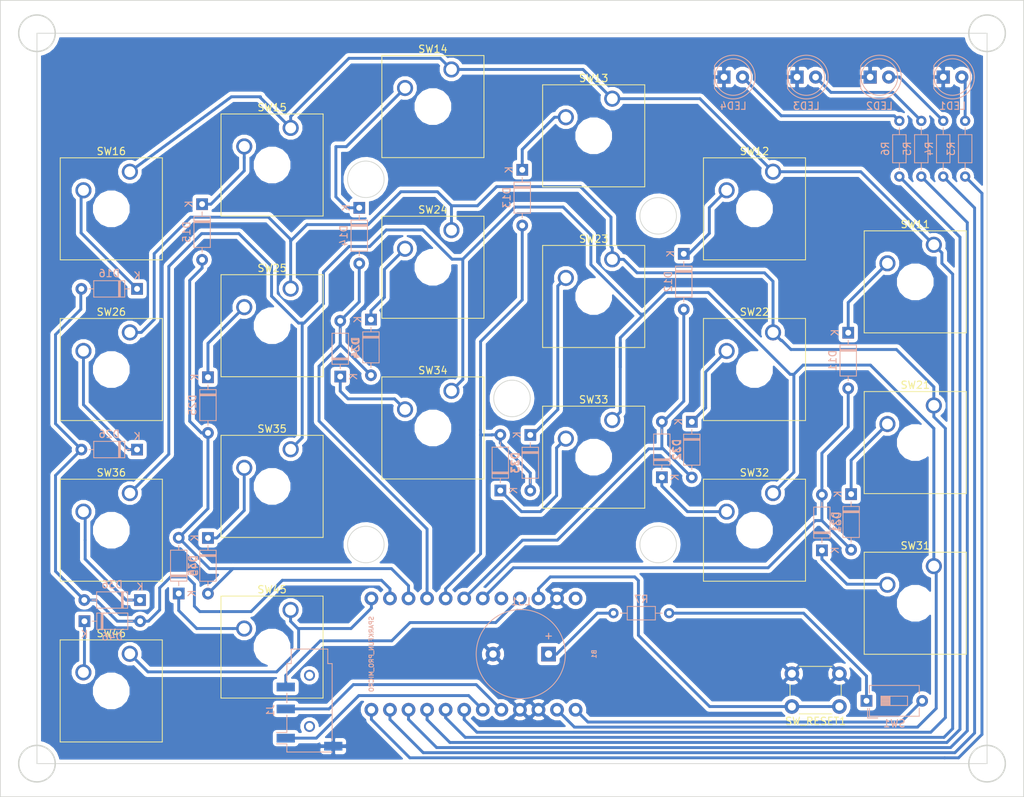
<source format=kicad_pcb>
(kicad_pcb (version 20171130) (host pcbnew "(5.0.1)-4")
  (layers (0 F.Cu signal) (31 B.Cu signal) (34 B.Paste user) (35 F.Paste user) (36 B.SilkS user) (37 F.SilkS user) (38 B.Mask user) (39 F.Mask user) (44 Edge.Cuts user))
  (net 0 "")
  (net 1 GND)
  (net 2 "Net-(B1-Pad5)")
  (net 3 "Net-(B1-Pad6)")
  (net 4 /SPEAKER)
  (net 5 /ROW1)
  (net 6 /ROW2)
  (net 7 /ROW3)
  (net 8 /ROW4)
  (net 9 /COL6)
  (net 10 /COL5)
  (net 11 /COL4)
  (net 12 /COL3)
  (net 13 /COL2)
  (net 14 /COL1)
  (net 15 "Net-(B1-Pad22)")
  (net 16 "Net-(D11-Pad1)")
  (net 17 "Net-(D12-Pad1)")
  (net 18 "Net-(D13-Pad1)")
  (net 19 "Net-(D14-Pad1)")
  (net 20 "Net-(D15-Pad1)")
  (net 21 "Net-(D16-Pad1)")
  (net 22 "Net-(D21-Pad1)")
  (net 23 "Net-(D22-Pad1)")
  (net 24 "Net-(D23-Pad1)")
  (net 25 "Net-(D24-Pad1)")
  (net 26 "Net-(D25-Pad1)")
  (net 27 "Net-(D26-Pad1)")
  (net 28 "Net-(D31-Pad1)")
  (net 29 "Net-(D32-Pad1)")
  (net 30 "Net-(D33-Pad1)")
  (net 31 "Net-(D34-Pad1)")
  (net 32 "Net-(D35-Pad1)")
  (net 33 "Net-(D36-Pad1)")
  (net 34 /LED3)
  (net 35 /LED4)
  (net 36 /LED1)
  (net 37 /LED2)
  (net 38 "Net-(LED1-Pad2)")
  (net 39 "Net-(LED2-Pad2)")
  (net 40 "Net-(LED3-Pad2)")
  (net 41 "Net-(LED4-Pad2)")
  (net 42 "Net-(LS1-Pad1)")
  (net 43 "Net-(D45-Pad1)")
  (net 44 "Net-(D46-Pad1)")
  (net 45 "Net-(R7-Pad1)")
  (net 46 VCC)
  (module Connector_Audio:Jack_3.5mm_PJ320D_Horizontal (layer B.Cu) (at 119.8 146.67 270)
    (fp_text reference J1 (at 0.05 5.35 270) (layer B.SilkS) (effects (justify mirror)))
    (fp_text value AudioJack4_Ground)
    (pad "" np_thru_hole circle (at 2.225 0 270) (size 1.5 1.5) (drill 1) (layers *.Cu *.Mask))
    (pad "" np_thru_hole circle (at -4.775 0 270) (size 1.5 1.5) (drill 1) (layers *.Cu *.Mask))
    (pad 3 smd rect (at -3.175 3.25 270) (size 1.2 2.5) (layers B.Cu B.Paste B.Mask) (net 46 VCC))
    (pad 2 smd rect (at -0.175 3.25 270) (size 1.2 2.5) (layers B.Cu B.Paste B.Mask) (net 2 "Net-(B1-Pad5)"))
    (pad 1 smd rect (at 3.825 3.25 270) (size 1.2 2.5) (layers B.Cu B.Paste B.Mask) (net 3 "Net-(B1-Pad6)"))
    (pad 4 smd rect (at 4.925 -3.25 270) (size 1.2 2.5) (layers B.Cu B.Paste B.Mask) (net 1 GND))
  )
  (module Button_Switch_Keyboard:SW_Cherry_MX1A_1.00u_Plate (layer F.Cu) (at 183.222121 94.947502)
    (fp_text reference SW22 (at -2.54 -2.794) (layer F.SilkS))
    (fp_text value SW_Push)
    (pad 1 thru_hole circle (at 0 0) (size 2.2 2.2) (drill 1.5) (layers *.Cu *.Mask) (net 6 /ROW2))
    (pad 2 thru_hole circle (at -6.35 2.54) (size 2.2 2.2) (drill 1.5) (layers *.Cu *.Mask) (net 23 "Net-(D22-Pad1)"))
    (pad "" np_thru_hole circle (at -2.54 5.08) (size 4 4) (drill 4) (layers *.Cu *.Mask))
  )
  (module Button_Switch_Keyboard:SW_Cherry_MX1A_1.00u_Plate (layer F.Cu) (at 139.222121 80.947502)
    (fp_text reference SW24 (at -2.54 -2.794) (layer F.SilkS))
    (fp_text value SW_Push)
    (pad "" np_thru_hole circle (at -2.54 5.08) (size 4 4) (drill 4) (layers *.Cu *.Mask))
    (pad 2 thru_hole circle (at -6.35 2.54) (size 2.2 2.2) (drill 1.5) (layers *.Cu *.Mask) (net 25 "Net-(D24-Pad1)"))
    (pad 1 thru_hole circle (at 0 0) (size 2.2 2.2) (drill 1.5) (layers *.Cu *.Mask) (net 6 /ROW2))
  )
  (module Button_Switch_Keyboard:SW_Cherry_MX1A_1.00u_Plate (layer F.Cu) (at 117.222121 66.947502)
    (fp_text reference SW15 (at -2.54 -2.794) (layer F.SilkS))
    (fp_text value SW_Push)
    (pad "" np_thru_hole circle (at -2.54 5.08) (size 4 4) (drill 4) (layers *.Cu *.Mask))
    (pad 2 thru_hole circle (at -6.35 2.54) (size 2.2 2.2) (drill 1.5) (layers *.Cu *.Mask) (net 20 "Net-(D15-Pad1)"))
    (pad 1 thru_hole circle (at 0 0) (size 2.2 2.2) (drill 1.5) (layers *.Cu *.Mask) (net 5 /ROW1))
  )
  (module Button_Switch_Keyboard:SW_Cherry_MX1A_1.00u_Plate (layer F.Cu) (at 117.222121 110.947502)
    (fp_text reference SW35 (at -2.54 -2.794) (layer F.SilkS))
    (fp_text value SW_Push)
    (pad "" np_thru_hole circle (at -2.54 5.08) (size 4 4) (drill 4) (layers *.Cu *.Mask))
    (pad 2 thru_hole circle (at -6.35 2.54) (size 2.2 2.2) (drill 1.5) (layers *.Cu *.Mask) (net 32 "Net-(D35-Pad1)"))
    (pad 1 thru_hole circle (at 0 0) (size 2.2 2.2) (drill 1.5) (layers *.Cu *.Mask) (net 7 /ROW3))
  )
  (module Button_Switch_Keyboard:SW_Cherry_MX1A_1.00u_Plate (layer F.Cu) (at 117.212339 132.947502)
    (fp_text reference SW45 (at -2.54 -2.794) (layer F.SilkS))
    (fp_text value SW_Push)
    (pad "" np_thru_hole circle (at -2.54 5.08) (size 4 4) (drill 4) (layers *.Cu *.Mask))
    (pad 2 thru_hole circle (at -6.35 2.54) (size 2.2 2.2) (drill 1.5) (layers *.Cu *.Mask) (net 43 "Net-(D45-Pad1)"))
    (pad 1 thru_hole circle (at 0 0) (size 2.2 2.2) (drill 1.5) (layers *.Cu *.Mask) (net 8 /ROW4))
  )
  (module Button_Switch_Keyboard:SW_Cherry_MX1A_1.00u_Plate (layer F.Cu) (at 205.222121 82.947502)
    (fp_text reference SW11 (at -2.54 -2.794) (layer F.SilkS))
    (fp_text value SW_Push)
    (pad 1 thru_hole circle (at 0 0) (size 2.2 2.2) (drill 1.5) (layers *.Cu *.Mask) (net 5 /ROW1))
    (pad 2 thru_hole circle (at -6.35 2.54) (size 2.2 2.2) (drill 1.5) (layers *.Cu *.Mask) (net 16 "Net-(D11-Pad1)"))
    (pad "" np_thru_hole circle (at -2.54 5.08) (size 4 4) (drill 4) (layers *.Cu *.Mask))
  )
  (module Button_Switch_Keyboard:SW_Cherry_MX1A_1.00u_Plate (layer F.Cu) (at 117.222121 88.947502)
    (fp_text reference SW25 (at -2.54 -2.794) (layer F.SilkS))
    (fp_text value SW_Push)
    (pad 1 thru_hole circle (at 0 0) (size 2.2 2.2) (drill 1.5) (layers *.Cu *.Mask) (net 6 /ROW2))
    (pad 2 thru_hole circle (at -6.35 2.54) (size 2.2 2.2) (drill 1.5) (layers *.Cu *.Mask) (net 26 "Net-(D25-Pad1)"))
    (pad "" np_thru_hole circle (at -2.54 5.08) (size 4 4) (drill 4) (layers *.Cu *.Mask))
  )
  (module Diode_THT:D_DO-35_SOD27_P7.62mm_Horizontal (layer B.Cu) (at 148.90723 72.686743 270)
    (fp_text reference D13 (at 3.81 2.12 270) (layer B.SilkS) (effects (justify mirror)))
    (fp_text value DIODE)
    (fp_text user K (at 0 1.8 270) (layer B.SilkS) (effects (justify mirror)))
    (pad 1 thru_hole rect (at 0 0 270) (size 1.6 1.6) (drill 0.8) (layers *.Cu *.Mask) (net 18 "Net-(D13-Pad1)"))
    (pad 2 thru_hole oval (at 7.62 0 270) (size 1.6 1.6) (drill 0.8) (layers *.Cu *.Mask) (net 12 /COL3))
  )
  (module Diode_THT:D_DO-35_SOD27_P7.62mm_Horizontal (layer B.Cu) (at 105.10723 77.386743 270)
    (fp_text reference D15 (at 3.81 2.12 270) (layer B.SilkS) (effects (justify mirror)))
    (fp_text value DIODE)
    (fp_text user K (at 0 1.8 270) (layer B.SilkS) (effects (justify mirror)))
    (pad 1 thru_hole rect (at 0 0 270) (size 1.6 1.6) (drill 0.8) (layers *.Cu *.Mask) (net 20 "Net-(D15-Pad1)"))
    (pad 2 thru_hole oval (at 7.62 0 270) (size 1.6 1.6) (drill 0.8) (layers *.Cu *.Mask) (net 10 /COL5))
  )
  (module Button_Switch_Keyboard:SW_Cherry_MX1A_1.00u_Plate (layer F.Cu) (at 183.222121 72.947502)
    (fp_text reference SW12 (at -2.54 -2.794) (layer F.SilkS))
    (fp_text value SW_Push)
    (pad 1 thru_hole circle (at 0 0) (size 2.2 2.2) (drill 1.5) (layers *.Cu *.Mask) (net 5 /ROW1))
    (pad 2 thru_hole circle (at -6.35 2.54) (size 2.2 2.2) (drill 1.5) (layers *.Cu *.Mask) (net 17 "Net-(D12-Pad1)"))
    (pad "" np_thru_hole circle (at -2.54 5.08) (size 4 4) (drill 4) (layers *.Cu *.Mask))
  )
  (module Resistor_THT:R_Axial_DIN0204_L3.6mm_D1.6mm_P7.62mm_Horizontal (layer B.Cu) (at 209.50723 65.986743 270)
    (fp_text reference R3 (at 3.81 1.92 270) (layer B.SilkS) (effects (justify mirror)))
    (fp_text value R)
    (pad 2 thru_hole oval (at 7.62 0 270) (size 1.4 1.4) (drill 0.7) (layers *.Cu *.Mask) (net 36 /LED1))
    (pad 1 thru_hole circle (at 0 0 270) (size 1.4 1.4) (drill 0.7) (layers *.Cu *.Mask) (net 38 "Net-(LED1-Pad2)"))
  )
  (module Resistor_THT:R_Axial_DIN0204_L3.6mm_D1.6mm_P7.62mm_Horizontal (layer B.Cu) (at 200.50723 65.986743 270)
    (fp_text reference R6 (at 3.81 1.92 270) (layer B.SilkS) (effects (justify mirror)))
    (fp_text value R)
    (pad 2 thru_hole oval (at 7.62 0 270) (size 1.4 1.4) (drill 0.7) (layers *.Cu *.Mask) (net 35 /LED4))
    (pad 1 thru_hole circle (at 0 0 270) (size 1.4 1.4) (drill 0.7) (layers *.Cu *.Mask) (net 41 "Net-(LED4-Pad2)"))
  )
  (module Resistor_THT:R_Axial_DIN0204_L3.6mm_D1.6mm_P7.62mm_Horizontal (layer B.Cu) (at 169.00723 133.386743 180)
    (fp_text reference R7 (at 3.81 1.92 180) (layer B.SilkS) (effects (justify mirror)))
    (fp_text value R)
    (pad 1 thru_hole circle (at 0 0 180) (size 1.4 1.4) (drill 0.7) (layers *.Cu *.Mask) (net 45 "Net-(R7-Pad1)"))
    (pad 2 thru_hole oval (at 7.62 0 180) (size 1.4 1.4) (drill 0.7) (layers *.Cu *.Mask) (net 42 "Net-(LS1-Pad1)"))
  )
  (module Button_Switch_Keyboard:SW_Cherry_MX1A_1.00u_Plate (layer F.Cu) (at 95.222121 72.947502)
    (fp_text reference SW16 (at -2.54 -2.794) (layer F.SilkS))
    (fp_text value SW_Push)
    (pad 1 thru_hole circle (at 0 0) (size 2.2 2.2) (drill 1.5) (layers *.Cu *.Mask) (net 5 /ROW1))
    (pad 2 thru_hole circle (at -6.35 2.54) (size 2.2 2.2) (drill 1.5) (layers *.Cu *.Mask) (net 21 "Net-(D16-Pad1)"))
    (pad "" np_thru_hole circle (at -2.54 5.08) (size 4 4) (drill 4) (layers *.Cu *.Mask))
  )
  (module Button_Switch_Keyboard:SW_Cherry_MX1A_1.00u_Plate (layer F.Cu) (at 95.222121 94.947502)
    (fp_text reference SW26 (at -2.54 -2.794) (layer F.SilkS))
    (fp_text value SW_Push)
    (pad "" np_thru_hole circle (at -2.54 5.08) (size 4 4) (drill 4) (layers *.Cu *.Mask))
    (pad 2 thru_hole circle (at -6.35 2.54) (size 2.2 2.2) (drill 1.5) (layers *.Cu *.Mask) (net 27 "Net-(D26-Pad1)"))
    (pad 1 thru_hole circle (at 0 0) (size 2.2 2.2) (drill 1.5) (layers *.Cu *.Mask) (net 6 /ROW2))
  )
  (module Button_Switch_Keyboard:SW_Cherry_MX1A_1.00u_Plate (layer F.Cu) (at 95.212339 138.947502)
    (fp_text reference SW46 (at -2.54 -2.794) (layer F.SilkS))
    (fp_text value SW_Push)
    (pad 1 thru_hole circle (at 0 0) (size 2.2 2.2) (drill 1.5) (layers *.Cu *.Mask) (net 8 /ROW4))
    (pad 2 thru_hole circle (at -6.35 2.54) (size 2.2 2.2) (drill 1.5) (layers *.Cu *.Mask) (net 44 "Net-(D46-Pad1)"))
    (pad "" np_thru_hole circle (at -2.54 5.08) (size 4 4) (drill 4) (layers *.Cu *.Mask))
  )
  (module Diode_THT:D_DO-35_SOD27_P7.62mm_Horizontal (layer B.Cu) (at 145.90723 116.586743 90)
    (fp_text reference D33 (at 3.81 2.12 90) (layer B.SilkS) (effects (justify mirror)))
    (fp_text value DIODE)
    (fp_text user K (at 0 1.8 90) (layer B.SilkS) (effects (justify mirror)))
    (pad 2 thru_hole oval (at 7.62 0 90) (size 1.6 1.6) (drill 0.8) (layers *.Cu *.Mask) (net 12 /COL3))
    (pad 1 thru_hole rect (at 0 0 90) (size 1.6 1.6) (drill 0.8) (layers *.Cu *.Mask) (net 30 "Net-(D33-Pad1)"))
  )
  (module Button_Switch_Keyboard:SW_Cherry_MX1A_1.00u_Plate (layer F.Cu) (at 139.222121 58.947502)
    (fp_text reference SW14 (at -2.54 -2.794) (layer F.SilkS))
    (fp_text value SW_Push)
    (pad 1 thru_hole circle (at 0 0) (size 2.2 2.2) (drill 1.5) (layers *.Cu *.Mask) (net 5 /ROW1))
    (pad 2 thru_hole circle (at -6.35 2.54) (size 2.2 2.2) (drill 1.5) (layers *.Cu *.Mask) (net 19 "Net-(D14-Pad1)"))
    (pad "" np_thru_hole circle (at -2.54 5.08) (size 4 4) (drill 4) (layers *.Cu *.Mask))
  )
  (module Button_Switch_Keyboard:SW_Cherry_MX1A_1.00u_Plate (layer F.Cu) (at 95.222121 116.947502)
    (fp_text reference SW36 (at -2.54 -2.794) (layer F.SilkS))
    (fp_text value SW_Push)
    (pad "" np_thru_hole circle (at -2.54 5.08) (size 4 4) (drill 4) (layers *.Cu *.Mask))
    (pad 2 thru_hole circle (at -6.35 2.54) (size 2.2 2.2) (drill 1.5) (layers *.Cu *.Mask) (net 33 "Net-(D36-Pad1)"))
    (pad 1 thru_hole circle (at 0 0) (size 2.2 2.2) (drill 1.5) (layers *.Cu *.Mask) (net 7 /ROW3))
  )
  (module Button_Switch_Keyboard:SW_Cherry_MX1A_1.00u_Plate (layer F.Cu) (at 205.222121 104.947502)
    (fp_text reference SW21 (at -2.54 -2.794) (layer F.SilkS))
    (fp_text value SW_Push)
    (pad 1 thru_hole circle (at 0 0) (size 2.2 2.2) (drill 1.5) (layers *.Cu *.Mask) (net 6 /ROW2))
    (pad 2 thru_hole circle (at -6.35 2.54) (size 2.2 2.2) (drill 1.5) (layers *.Cu *.Mask) (net 22 "Net-(D21-Pad1)"))
    (pad "" np_thru_hole circle (at -2.54 5.08) (size 4 4) (drill 4) (layers *.Cu *.Mask))
  )
  (module LED_THT:LED_D5.0mm (layer B.Cu) (at 186.50723 59.986743)
    (fp_text reference LED3 (at 1.27 3.96) (layer B.SilkS) (effects (justify mirror)))
    (fp_text value LED)
    (pad 2 thru_hole circle (at 2.54 0) (size 1.8 1.8) (drill 0.9) (layers *.Cu *.Mask) (net 40 "Net-(LED3-Pad2)"))
    (pad 1 thru_hole rect (at 0 0) (size 1.8 1.8) (drill 0.9) (layers *.Cu *.Mask) (net 1 GND))
  )
  (module Button_Switch_Keyboard:SW_Cherry_MX1A_1.00u_Plate (layer F.Cu) (at 161.222121 106.947502)
    (fp_text reference SW33 (at -2.54 -2.794) (layer F.SilkS))
    (fp_text value SW_Push)
    (pad 1 thru_hole circle (at 0 0) (size 2.2 2.2) (drill 1.5) (layers *.Cu *.Mask) (net 7 /ROW3))
    (pad 2 thru_hole circle (at -6.35 2.54) (size 2.2 2.2) (drill 1.5) (layers *.Cu *.Mask) (net 30 "Net-(D33-Pad1)"))
    (pad "" np_thru_hole circle (at -2.54 5.08) (size 4 4) (drill 4) (layers *.Cu *.Mask))
  )
  (module LED_THT:LED_D5.0mm (layer B.Cu) (at 176.50723 59.986743)
    (fp_text reference LED4 (at 1.27 3.96) (layer B.SilkS) (effects (justify mirror)))
    (fp_text value LED)
    (pad 1 thru_hole rect (at 0 0) (size 1.8 1.8) (drill 0.9) (layers *.Cu *.Mask) (net 1 GND))
    (pad 2 thru_hole circle (at 2.54 0) (size 1.8 1.8) (drill 0.9) (layers *.Cu *.Mask) (net 41 "Net-(LED4-Pad2)"))
  )
  (module Resistor_THT:R_Axial_DIN0204_L3.6mm_D1.6mm_P7.62mm_Horizontal (layer B.Cu) (at 203.50723 65.986743 270)
    (fp_text reference R5 (at 3.81 1.92 270) (layer B.SilkS) (effects (justify mirror)))
    (fp_text value R)
    (pad 2 thru_hole oval (at 7.62 0 270) (size 1.4 1.4) (drill 0.7) (layers *.Cu *.Mask) (net 34 /LED3))
    (pad 1 thru_hole circle (at 0 0 270) (size 1.4 1.4) (drill 0.7) (layers *.Cu *.Mask) (net 40 "Net-(LED3-Pad2)"))
  )
  (module LED_THT:LED_D5.0mm (layer B.Cu) (at 206.50723 59.986743)
    (fp_text reference LED1 (at 1.27 3.96) (layer B.SilkS) (effects (justify mirror)))
    (fp_text value LED)
    (pad 2 thru_hole circle (at 2.54 0) (size 1.8 1.8) (drill 0.9) (layers *.Cu *.Mask) (net 38 "Net-(LED1-Pad2)"))
    (pad 1 thru_hole rect (at 0 0) (size 1.8 1.8) (drill 0.9) (layers *.Cu *.Mask) (net 1 GND))
  )
  (module Resistor_THT:R_Axial_DIN0204_L3.6mm_D1.6mm_P7.62mm_Horizontal (layer B.Cu) (at 206.50723 65.986743 270)
    (fp_text reference R4 (at 3.81 1.92 270) (layer B.SilkS) (effects (justify mirror)))
    (fp_text value R)
    (pad 2 thru_hole oval (at 7.62 0 270) (size 1.4 1.4) (drill 0.7) (layers *.Cu *.Mask) (net 37 /LED2))
    (pad 1 thru_hole circle (at 0 0 270) (size 1.4 1.4) (drill 0.7) (layers *.Cu *.Mask) (net 39 "Net-(LED2-Pad2)"))
  )
  (module LED_THT:LED_D5.0mm (layer B.Cu) (at 196.50723 59.986743)
    (fp_text reference LED2 (at 1.27 3.96) (layer B.SilkS) (effects (justify mirror)))
    (fp_text value LED)
    (pad 1 thru_hole rect (at 0 0) (size 1.8 1.8) (drill 0.9) (layers *.Cu *.Mask) (net 1 GND))
    (pad 2 thru_hole circle (at 2.54 0) (size 1.8 1.8) (drill 0.9) (layers *.Cu *.Mask) (net 39 "Net-(LED2-Pad2)"))
  )
  (module Button_Switch_Keyboard:SW_Cherry_MX1A_1.00u_Plate (layer F.Cu) (at 161.222121 62.947502)
    (fp_text reference SW13 (at -2.54 -2.794) (layer F.SilkS))
    (fp_text value SW_Push)
    (pad "" np_thru_hole circle (at -2.54 5.08) (size 4 4) (drill 4) (layers *.Cu *.Mask))
    (pad 2 thru_hole circle (at -6.35 2.54) (size 2.2 2.2) (drill 1.5) (layers *.Cu *.Mask) (net 18 "Net-(D13-Pad1)"))
    (pad 1 thru_hole circle (at 0 0) (size 2.2 2.2) (drill 1.5) (layers *.Cu *.Mask) (net 5 /ROW1))
  )
  (module Button_Switch_Keyboard:SW_Cherry_MX1A_1.00u_Plate (layer F.Cu) (at 139.222121 102.947502)
    (fp_text reference SW34 (at -2.54 -2.794) (layer F.SilkS))
    (fp_text value SW_Push)
    (pad 1 thru_hole circle (at 0 0) (size 2.2 2.2) (drill 1.5) (layers *.Cu *.Mask) (net 7 /ROW3))
    (pad 2 thru_hole circle (at -6.35 2.54) (size 2.2 2.2) (drill 1.5) (layers *.Cu *.Mask) (net 31 "Net-(D34-Pad1)"))
    (pad "" np_thru_hole circle (at -2.54 5.08) (size 4 4) (drill 4) (layers *.Cu *.Mask))
  )
  (module Button_Switch_Keyboard:SW_Cherry_MX1A_1.00u_Plate (layer F.Cu) (at 161.222121 84.947502)
    (fp_text reference SW23 (at -2.54 -2.794) (layer F.SilkS))
    (fp_text value SW_Push)
    (pad "" np_thru_hole circle (at -2.54 5.08) (size 4 4) (drill 4) (layers *.Cu *.Mask))
    (pad 2 thru_hole circle (at -6.35 2.54) (size 2.2 2.2) (drill 1.5) (layers *.Cu *.Mask) (net 24 "Net-(D23-Pad1)"))
    (pad 1 thru_hole circle (at 0 0) (size 2.2 2.2) (drill 1.5) (layers *.Cu *.Mask) (net 6 /ROW2))
  )
  (module Boards:SPARKFUN_PRO_MICRO (layer B.Cu) (at 143.50723 138.986743 90)
    (fp_text reference B1 (at 0 15.24 90) (layer B.SilkS) (effects (font (size 0.6096 0.6096) (thickness 0.127)) (justify mirror)))
    (fp_text value SPARKFUN_PRO_MICRO (at 0 -15.24 90) (layer B.SilkS) (effects (font (size 0.6096 0.6096) (thickness 0.127)) (justify mirror)))
    (pad 1 thru_hole circle (at -7.62 12.7 90) (size 1.8796 1.8796) (drill 1.016) (layers *.Cu *.Mask) (net 4 /SPEAKER))
    (pad 2 thru_hole circle (at -7.62 10.16 90) (size 1.8796 1.8796) (drill 1.016) (layers *.Cu *.Mask) (net 7 /ROW3))
    (pad 3 thru_hole circle (at -7.62 7.62 90) (size 1.8796 1.8796) (drill 1.016) (layers *.Cu *.Mask) (net 1 GND))
    (pad 4 thru_hole circle (at -7.62 5.08 90) (size 1.8796 1.8796) (drill 1.016) (layers *.Cu *.Mask) (net 1 GND))
    (pad 5 thru_hole circle (at -7.62 2.54 90) (size 1.8796 1.8796) (drill 1.016) (layers *.Cu *.Mask) (net 2 "Net-(B1-Pad5)"))
    (pad 6 thru_hole circle (at -7.62 0 90) (size 1.8796 1.8796) (drill 1.016) (layers *.Cu *.Mask) (net 3 "Net-(B1-Pad6)"))
    (pad 7 thru_hole circle (at -7.62 -2.54 90) (size 1.8796 1.8796) (drill 1.016) (layers *.Cu *.Mask) (net 6 /ROW2))
    (pad 8 thru_hole circle (at -7.62 -5.08 90) (size 1.8796 1.8796) (drill 1.016) (layers *.Cu *.Mask) (net 5 /ROW1))
    (pad 9 thru_hole circle (at -7.62 -7.62 90) (size 1.8796 1.8796) (drill 1.016) (layers *.Cu *.Mask) (net 35 /LED4))
    (pad 10 thru_hole circle (at -7.62 -10.16 90) (size 1.8796 1.8796) (drill 1.016) (layers *.Cu *.Mask) (net 34 /LED3))
    (pad 11 thru_hole circle (at -7.62 -12.7 90) (size 1.8796 1.8796) (drill 1.016) (layers *.Cu *.Mask) (net 37 /LED2))
    (pad 12 thru_hole circle (at -7.62 -15.24 90) (size 1.8796 1.8796) (drill 1.016) (layers *.Cu *.Mask) (net 36 /LED1))
    (pad 13 thru_hole circle (at 7.62 -15.24 90) (size 1.8796 1.8796) (drill 1.016) (layers *.Cu *.Mask) (net 8 /ROW4))
    (pad 14 thru_hole circle (at 7.62 -12.7 90) (size 1.8796 1.8796) (drill 1.016) (layers *.Cu *.Mask) (net 9 /COL6))
    (pad 15 thru_hole circle (at 7.62 -10.16 90) (size 1.8796 1.8796) (drill 1.016) (layers *.Cu *.Mask) (net 10 /COL5))
    (pad 16 thru_hole circle (at 7.62 -7.62 90) (size 1.8796 1.8796) (drill 1.016) (layers *.Cu *.Mask) (net 11 /COL4))
    (pad 17 thru_hole circle (at 7.62 -5.08 90) (size 1.8796 1.8796) (drill 1.016) (layers *.Cu *.Mask) (net 12 /COL3))
    (pad 18 thru_hole circle (at 7.62 -2.54 90) (size 1.8796 1.8796) (drill 1.016) (layers *.Cu *.Mask) (net 13 /COL2))
    (pad 19 thru_hole circle (at 7.62 0 90) (size 1.8796 1.8796) (drill 1.016) (layers *.Cu *.Mask) (net 14 /COL1))
    (pad 20 thru_hole circle (at 7.62 2.54 90) (size 1.8796 1.8796) (drill 1.016) (layers *.Cu *.Mask))
    (pad 21 thru_hole circle (at 7.62 5.08 90) (size 1.8796 1.8796) (drill 1.016) (layers *.Cu *.Mask) (net 46 VCC))
    (pad 22 thru_hole circle (at 7.62 7.62 90) (size 1.8796 1.8796) (drill 1.016) (layers *.Cu *.Mask) (net 15 "Net-(B1-Pad22)"))
    (pad 23 thru_hole circle (at 7.62 10.16 90) (size 1.8796 1.8796) (drill 1.016) (layers *.Cu *.Mask) (net 1 GND))
    (pad 24 thru_hole circle (at 7.62 12.7 90) (size 1.8796 1.8796) (drill 1.016) (layers *.Cu *.Mask))
  )
  (module Buzzer_Beeper:Buzzer_12x9.5RM7.6 (layer B.Cu) (at 152.50723 138.986743 180)
    (fp_text reference LS1 (at 3.8 7.2 180) (layer B.SilkS) (effects (justify mirror)))
    (fp_text value Speaker)
    (fp_text user + (at -0.01 2.54 180) (layer B.SilkS) (effects (justify mirror)))
    (pad 1 thru_hole rect (at 0 0 180) (size 2 2) (drill 1) (layers *.Cu *.Mask) (net 42 "Net-(LS1-Pad1)"))
    (pad 2 thru_hole circle (at 7.6 0 180) (size 2 2) (drill 1) (layers *.Cu *.Mask) (net 1 GND))
  )
  (module Button_Switch_Keyboard:SW_Cherry_MX1A_1.00u_Plate (layer F.Cu) (at 205.222121 126.947502)
    (fp_text reference SW31 (at -2.54 -2.794) (layer F.SilkS))
    (fp_text value SW_Push)
    (pad 1 thru_hole circle (at 0 0) (size 2.2 2.2) (drill 1.5) (layers *.Cu *.Mask) (net 7 /ROW3))
    (pad 2 thru_hole circle (at -6.35 2.54) (size 2.2 2.2) (drill 1.5) (layers *.Cu *.Mask) (net 28 "Net-(D31-Pad1)"))
    (pad "" np_thru_hole circle (at -2.54 5.08) (size 4 4) (drill 4) (layers *.Cu *.Mask))
  )
  (module Button_Switch_Keyboard:SW_Cherry_MX1A_1.00u_Plate (layer F.Cu) (at 183.222121 116.947502)
    (fp_text reference SW32 (at -2.54 -2.794) (layer F.SilkS))
    (fp_text value SW_Push)
    (pad "" np_thru_hole circle (at -2.54 5.08) (size 4 4) (drill 4) (layers *.Cu *.Mask))
    (pad 2 thru_hole circle (at -6.35 2.54) (size 2.2 2.2) (drill 1.5) (layers *.Cu *.Mask) (net 29 "Net-(D32-Pad1)"))
    (pad 1 thru_hole circle (at 0 0) (size 2.2 2.2) (drill 1.5) (layers *.Cu *.Mask) (net 7 /ROW3))
  )
  (module Button_Switch_THT:SW_DIP_SPSTx01_Slide_6.7x4.1mm_W7.62mm_P2.54mm_LowProfile (layer B.Cu) (at 196.00723 145.386743)
    (fp_text reference SW1 (at 3.81 3.11) (layer B.SilkS) (effects (justify mirror)))
    (fp_text value SW_DIP_x01)
    (pad 1 thru_hole rect (at 0 0) (size 1.6 1.6) (drill 0.8) (layers *.Cu *.Mask) (net 45 "Net-(R7-Pad1)"))
    (pad 2 thru_hole oval (at 7.62 0) (size 1.6 1.6) (drill 0.8) (layers *.Cu *.Mask) (net 4 /SPEAKER))
  )
  (module Button_Switch_THT:SW_PUSH_6mm (layer F.Cu) (at 192.3 146.17 180)
    (fp_text reference SW_RESET1 (at 3.25 -2 180) (layer F.SilkS))
    (fp_text value SW_Push)
    (pad 1 thru_hole circle (at 6.5 0 270) (size 2 2) (drill 1.1) (layers *.Cu *.Mask) (net 15 "Net-(B1-Pad22)"))
    (pad 2 thru_hole circle (at 6.5 4.5 270) (size 2 2) (drill 1.1) (layers *.Cu *.Mask) (net 1 GND))
    (pad 1 thru_hole circle (at 0 0 270) (size 2 2) (drill 1.1) (layers *.Cu *.Mask) (net 15 "Net-(B1-Pad22)"))
    (pad 2 thru_hole circle (at 0 4.5 270) (size 2 2) (drill 1.1) (layers *.Cu *.Mask) (net 1 GND))
  )
  (module Diode_THT:D_DO-35_SOD27_P7.62mm_Horizontal (layer B.Cu) (at 193.50723 94.986743 270)
    (fp_text reference D11 (at 3.81 2.12 270) (layer B.SilkS) (effects (justify mirror)))
    (fp_text value DIODE)
    (fp_text user K (at 0 1.8 270) (layer B.SilkS) (effects (justify mirror)))
    (pad 1 thru_hole rect (at 0 0 270) (size 1.6 1.6) (drill 0.8) (layers *.Cu *.Mask) (net 16 "Net-(D11-Pad1)"))
    (pad 2 thru_hole oval (at 7.62 0 270) (size 1.6 1.6) (drill 0.8) (layers *.Cu *.Mask) (net 14 /COL1))
  )
  (module Diode_THT:D_DO-35_SOD27_P7.62mm_Horizontal (layer B.Cu) (at 171.00723 84.186743 270)
    (fp_text reference D12 (at 3.81 2.12 270) (layer B.SilkS) (effects (justify mirror)))
    (fp_text value DIODE)
    (fp_text user K (at 0 1.8 270) (layer B.SilkS) (effects (justify mirror)))
    (pad 2 thru_hole oval (at 7.62 0 270) (size 1.6 1.6) (drill 0.8) (layers *.Cu *.Mask) (net 13 /COL2))
    (pad 1 thru_hole rect (at 0 0 270) (size 1.6 1.6) (drill 0.8) (layers *.Cu *.Mask) (net 17 "Net-(D12-Pad1)"))
  )
  (module Diode_THT:D_DO-35_SOD27_P7.62mm_Horizontal (layer B.Cu) (at 126.60723 77.886743 270)
    (fp_text reference D14 (at 3.81 2.12 270) (layer B.SilkS) (effects (justify mirror)))
    (fp_text value DIODE)
    (fp_text user K (at 0 1.8 270) (layer B.SilkS) (effects (justify mirror)))
    (pad 2 thru_hole oval (at 7.62 0 270) (size 1.6 1.6) (drill 0.8) (layers *.Cu *.Mask) (net 11 /COL4))
    (pad 1 thru_hole rect (at 0 0 270) (size 1.6 1.6) (drill 0.8) (layers *.Cu *.Mask) (net 19 "Net-(D14-Pad1)"))
  )
  (module Diode_THT:D_DO-35_SOD27_P7.62mm_Horizontal (layer B.Cu) (at 96.20723 88.986743 180)
    (fp_text reference D16 (at 3.81 2.12 180) (layer B.SilkS) (effects (justify mirror)))
    (fp_text value DIODE)
    (fp_text user K (at 0 1.8 180) (layer B.SilkS) (effects (justify mirror)))
    (pad 2 thru_hole oval (at 7.62 0 180) (size 1.6 1.6) (drill 0.8) (layers *.Cu *.Mask) (net 9 /COL6))
    (pad 1 thru_hole rect (at 0 0 180) (size 1.6 1.6) (drill 0.8) (layers *.Cu *.Mask) (net 21 "Net-(D16-Pad1)"))
  )
  (module Diode_THT:D_DO-35_SOD27_P7.62mm_Horizontal (layer B.Cu) (at 193.90723 117.086743 270)
    (fp_text reference D21 (at 3.81 2.12 270) (layer B.SilkS) (effects (justify mirror)))
    (fp_text value DIODE)
    (fp_text user K (at 0 1.8 270) (layer B.SilkS) (effects (justify mirror)))
    (pad 1 thru_hole rect (at 0 0 270) (size 1.6 1.6) (drill 0.8) (layers *.Cu *.Mask) (net 22 "Net-(D21-Pad1)"))
    (pad 2 thru_hole oval (at 7.62 0 270) (size 1.6 1.6) (drill 0.8) (layers *.Cu *.Mask) (net 14 /COL1))
  )
  (module Diode_THT:D_DO-35_SOD27_P7.62mm_Horizontal (layer B.Cu) (at 172.10723 107.186743 270)
    (fp_text reference D22 (at 3.81 2.12 270) (layer B.SilkS) (effects (justify mirror)))
    (fp_text value DIODE)
    (fp_text user K (at 0 1.8 270) (layer B.SilkS) (effects (justify mirror)))
    (pad 1 thru_hole rect (at 0 0 270) (size 1.6 1.6) (drill 0.8) (layers *.Cu *.Mask) (net 23 "Net-(D22-Pad1)"))
    (pad 2 thru_hole oval (at 7.62 0 270) (size 1.6 1.6) (drill 0.8) (layers *.Cu *.Mask) (net 13 /COL2))
  )
  (module Diode_THT:D_DO-35_SOD27_P7.62mm_Horizontal (layer B.Cu) (at 150.00723 108.986743 270)
    (fp_text reference D23 (at 3.81 2.12 270) (layer B.SilkS) (effects (justify mirror)))
    (fp_text value DIODE)
    (fp_text user K (at 0 1.8 270) (layer B.SilkS) (effects (justify mirror)))
    (pad 1 thru_hole rect (at 0 0 270) (size 1.6 1.6) (drill 0.8) (layers *.Cu *.Mask) (net 24 "Net-(D23-Pad1)"))
    (pad 2 thru_hole oval (at 7.62 0 270) (size 1.6 1.6) (drill 0.8) (layers *.Cu *.Mask) (net 12 /COL3))
  )
  (module Diode_THT:D_DO-35_SOD27_P7.62mm_Horizontal (layer B.Cu) (at 128.20723 93.186743 270)
    (fp_text reference D24 (at 3.81 2.12 270) (layer B.SilkS) (effects (justify mirror)))
    (fp_text value DIODE)
    (fp_text user K (at 0 1.8 270) (layer B.SilkS) (effects (justify mirror)))
    (pad 1 thru_hole rect (at 0 0 270) (size 1.6 1.6) (drill 0.8) (layers *.Cu *.Mask) (net 25 "Net-(D24-Pad1)"))
    (pad 2 thru_hole oval (at 7.62 0 270) (size 1.6 1.6) (drill 0.8) (layers *.Cu *.Mask) (net 11 /COL4))
  )
  (module Diode_THT:D_DO-35_SOD27_P7.62mm_Horizontal (layer B.Cu) (at 105.90723 101.086743 270)
    (fp_text reference D25 (at 3.81 2.12 270) (layer B.SilkS) (effects (justify mirror)))
    (fp_text value DIODE)
    (fp_text user K (at 0 1.8 270) (layer B.SilkS) (effects (justify mirror)))
    (pad 1 thru_hole rect (at 0 0 270) (size 1.6 1.6) (drill 0.8) (layers *.Cu *.Mask) (net 26 "Net-(D25-Pad1)"))
    (pad 2 thru_hole oval (at 7.62 0 270) (size 1.6 1.6) (drill 0.8) (layers *.Cu *.Mask) (net 10 /COL5))
  )
  (module Diode_THT:D_DO-35_SOD27_P7.62mm_Horizontal (layer B.Cu) (at 96.20723 110.986743 180)
    (fp_text reference D26 (at 3.81 2.12 180) (layer B.SilkS) (effects (justify mirror)))
    (fp_text value DIODE)
    (fp_text user K (at 0 1.8 180) (layer B.SilkS) (effects (justify mirror)))
    (pad 1 thru_hole rect (at 0 0 180) (size 1.6 1.6) (drill 0.8) (layers *.Cu *.Mask) (net 27 "Net-(D26-Pad1)"))
    (pad 2 thru_hole oval (at 7.62 0 180) (size 1.6 1.6) (drill 0.8) (layers *.Cu *.Mask) (net 9 /COL6))
  )
  (module Diode_THT:D_DO-35_SOD27_P7.62mm_Horizontal (layer B.Cu) (at 189.90723 124.786743 90)
    (fp_text reference D31 (at 3.81 2.12 90) (layer B.SilkS) (effects (justify mirror)))
    (fp_text value DIODE)
    (fp_text user K (at 0 1.8 90) (layer B.SilkS) (effects (justify mirror)))
    (pad 2 thru_hole oval (at 7.62 0 90) (size 1.6 1.6) (drill 0.8) (layers *.Cu *.Mask) (net 14 /COL1))
    (pad 1 thru_hole rect (at 0 0 90) (size 1.6 1.6) (drill 0.8) (layers *.Cu *.Mask) (net 28 "Net-(D31-Pad1)"))
  )
  (module Diode_THT:D_DO-35_SOD27_P7.62mm_Horizontal (layer B.Cu) (at 168.00723 114.786743 90)
    (fp_text reference D32 (at 3.81 2.12 90) (layer B.SilkS) (effects (justify mirror)))
    (fp_text value DIODE)
    (fp_text user K (at 0 1.8 90) (layer B.SilkS) (effects (justify mirror)))
    (pad 2 thru_hole oval (at 7.62 0 90) (size 1.6 1.6) (drill 0.8) (layers *.Cu *.Mask) (net 13 /COL2))
    (pad 1 thru_hole rect (at 0 0 90) (size 1.6 1.6) (drill 0.8) (layers *.Cu *.Mask) (net 29 "Net-(D32-Pad1)"))
  )
  (module Diode_THT:D_DO-35_SOD27_P7.62mm_Horizontal (layer B.Cu) (at 124.00723 100.986743 90)
    (fp_text reference D34 (at 3.81 2.12 90) (layer B.SilkS) (effects (justify mirror)))
    (fp_text value DIODE)
    (fp_text user K (at 0 1.8 90) (layer B.SilkS) (effects (justify mirror)))
    (pad 2 thru_hole oval (at 7.62 0 90) (size 1.6 1.6) (drill 0.8) (layers *.Cu *.Mask) (net 11 /COL4))
    (pad 1 thru_hole rect (at 0 0 90) (size 1.6 1.6) (drill 0.8) (layers *.Cu *.Mask) (net 31 "Net-(D34-Pad1)"))
  )
  (module Diode_THT:D_DO-35_SOD27_P7.62mm_Horizontal (layer B.Cu) (at 105.90723 123.086743 270)
    (fp_text reference D35 (at 3.81 2.12 270) (layer B.SilkS) (effects (justify mirror)))
    (fp_text value DIODE)
    (fp_text user K (at 0 1.8 270) (layer B.SilkS) (effects (justify mirror)))
    (pad 2 thru_hole oval (at 7.62 0 270) (size 1.6 1.6) (drill 0.8) (layers *.Cu *.Mask) (net 10 /COL5))
    (pad 1 thru_hole rect (at 0 0 270) (size 1.6 1.6) (drill 0.8) (layers *.Cu *.Mask) (net 32 "Net-(D35-Pad1)"))
  )
  (module Diode_THT:D_DO-35_SOD27_P7.62mm_Horizontal (layer B.Cu) (at 96.60723 131.586743 180)
    (fp_text reference D36 (at 3.81 2.12 180) (layer B.SilkS) (effects (justify mirror)))
    (fp_text value DIODE)
    (fp_text user K (at 0 1.8 180) (layer B.SilkS) (effects (justify mirror)))
    (pad 1 thru_hole rect (at 0 0 180) (size 1.6 1.6) (drill 0.8) (layers *.Cu *.Mask) (net 33 "Net-(D36-Pad1)"))
    (pad 2 thru_hole oval (at 7.62 0 180) (size 1.6 1.6) (drill 0.8) (layers *.Cu *.Mask) (net 9 /COL6))
  )
  (module Diode_THT:D_DO-35_SOD27_P7.62mm_Horizontal (layer B.Cu) (at 101.90723 130.686743 90)
    (fp_text reference D45 (at 3.81 2.12 90) (layer B.SilkS) (effects (justify mirror)))
    (fp_text value DIODE)
    (fp_text user K (at 0 1.8 90) (layer B.SilkS) (effects (justify mirror)))
    (pad 1 thru_hole rect (at 0 0 90) (size 1.6 1.6) (drill 0.8) (layers *.Cu *.Mask) (net 43 "Net-(D45-Pad1)"))
    (pad 2 thru_hole oval (at 7.62 0 90) (size 1.6 1.6) (drill 0.8) (layers *.Cu *.Mask) (net 10 /COL5))
  )
  (module Diode_THT:D_DO-35_SOD27_P7.62mm_Horizontal (layer B.Cu) (at 89.00723 134.486743)
    (fp_text reference D46 (at 3.81 2.12) (layer B.SilkS) (effects (justify mirror)))
    (fp_text value DIODE)
    (fp_text user K (at 0 1.8) (layer B.SilkS) (effects (justify mirror)))
    (pad 1 thru_hole rect (at 0 0) (size 1.6 1.6) (drill 0.8) (layers *.Cu *.Mask) (net 44 "Net-(D46-Pad1)"))
    (pad 2 thru_hole oval (at 7.62 0) (size 1.6 1.6) (drill 0.8) (layers *.Cu *.Mask) (net 9 /COL6))
  )
  (gr_line (start 212.50723 153.986743) (end 212.50723 53.986743) (layer Edge.Cuts) (width 0.1))
  (gr_line (start 82.50723 153.986743) (end 212.50723 153.986743) (layer Edge.Cuts) (width 0.1))
  (gr_line (start 82.50723 53.986743) (end 82.50723 153.986743) (layer Edge.Cuts) (width 0.1))
  (gr_line (start 212.50723 53.986743) (end 82.50723 53.986743) (layer Edge.Cuts) (width 0.1))
  (gr_circle (center 82.50723 53.986743) (end 82.50723 51.486743) (layer Edge.Cuts) (width 0.2))
  (gr_circle (center 82.50723 153.986743) (end 82.50723 156.486743) (layer Edge.Cuts) (width 0.2))
  (gr_circle (center 212.50723 153.986743) (end 212.50723 156.486743) (layer Edge.Cuts) (width 0.2))
  (gr_circle (center 212.50723 53.986743) (end 212.50723 51.486743) (layer Edge.Cuts) (width 0.2))
  (gr_circle (center 167.50723 123.986743) (end 167.50723 121.486743) (layer Edge.Cuts) (width 0.1))
  (gr_circle (center 167.50723 78.986743) (end 170.00723 78.986743) (layer Edge.Cuts) (width 0.1))
  (gr_circle (center 147.50723 103.986743) (end 147.50723 101.486743) (layer Edge.Cuts) (width 0.1))
  (gr_circle (center 127.50723 73.986743) (end 127.50723 71.486743) (layer Edge.Cuts) (width 0.1))
  (gr_circle (center 127.50723 123.986743) (end 127.50723 121.486743) (layer Edge.Cuts) (width 0.1))
  (gr_line (start 77.512121 158.527502) (end 217.512121 158.527502) (layer Edge.Cuts) (width 0.1))
  (gr_line (start 77.50723 49.486743) (end 77.50723 158.486743) (layer Edge.Cuts) (width 0.1))
  (gr_line (start 217.50723 158.486743) (end 217.50723 49.486743) (layer Edge.Cuts) (width 0.1))
  (gr_line (start 77.50723 49.486743) (end 217.50723 49.486743) (layer Edge.Cuts) (width 0.1))
  (gr_line (start 217.502339 158.527502) (end 77.502339 158.527502) (layer Edge.Cuts) (width 0.1))
  (segment (start 151.10723 131.346743) (end 151.12723 131.366743) (width 0.4) (layer B.Cu) (net 15))
  (segment (start 204.85723 57.186743) (end 196.50723 57.186743) (width 0.4) (layer B.Cu) (net 1))
  (segment (start 186.50723 57.186743) (end 178.15723 57.186743) (width 0.4) (layer B.Cu) (net 1))
  (segment (start 206.50723 59.986743) (end 206.50723 58.836743) (width 0.4) (layer B.Cu) (net 1))
  (segment (start 206.50723 58.836743) (end 204.85723 57.186743) (width 0.4) (layer B.Cu) (net 1))
  (segment (start 196.50723 57.186743) (end 196.50723 59.986743) (width 0.4) (layer B.Cu) (net 1))
  (segment (start 178.15723 57.186743) (end 176.50723 58.836743) (width 0.4) (layer B.Cu) (net 1))
  (segment (start 196.50723 57.186743) (end 186.50723 57.186743) (width 0.4) (layer B.Cu) (net 1))
  (segment (start 186.50723 59.986743) (end 186.50723 58.836743) (width 0.4) (layer B.Cu) (net 1))
  (segment (start 186.50723 58.836743) (end 186.50723 57.186743) (width 0.4) (layer B.Cu) (net 1))
  (segment (start 176.50723 58.836743) (end 176.50723 59.986743) (width 0.4) (layer B.Cu) (net 1))
  (segment (start 145.107431 145.666944) (end 146.04723 146.606743) (width 0.4) (layer B.Cu) (net 2))
  (segment (start 142.610487 143.17) (end 145.107431 145.666944) (width 0.4) (layer B.Cu) (net 2))
  (segment (start 125.8 143.17) (end 142.610487 143.17) (width 0.4) (layer B.Cu) (net 2))
  (segment (start 116.55 146.495) (end 122.475 146.495) (width 0.4) (layer B.Cu) (net 2))
  (segment (start 122.475 146.495) (end 125.8 143.17) (width 0.4) (layer B.Cu) (net 2))
  (segment (start 109.12288 62.686743) (end 95.222121 72.947502) (width 0.4) (layer B.Cu) (net 5))
  (segment (start 113.076996 62.686743) (end 109.12288 62.686743) (width 0.4) (layer B.Cu) (net 5))
  (segment (start 113.076996 62.802377) (end 117.222121 66.947502) (width 0.4) (layer B.Cu) (net 5))
  (segment (start 113.076996 62.686743) (end 113.076996 62.802377) (width 0.4) (layer B.Cu) (net 5))
  (segment (start 157.222121 58.947502) (end 161.222121 62.947502) (width 0.4) (layer B.Cu) (net 5))
  (segment (start 139.222121 58.947502) (end 157.222121 58.947502) (width 0.4) (layer B.Cu) (net 5))
  (segment (start 173.222121 62.947502) (end 183.222121 72.947502) (width 0.4) (layer B.Cu) (net 5))
  (segment (start 161.222121 62.947502) (end 173.222121 62.947502) (width 0.4) (layer B.Cu) (net 5))
  (segment (start 195.222121 72.947502) (end 205.222121 82.947502) (width 0.4) (layer B.Cu) (net 5))
  (segment (start 183.222121 72.947502) (end 195.222121 72.947502) (width 0.4) (layer B.Cu) (net 5))
  (segment (start 206.32212 84.047501) (end 205.222121 82.947502) (width 0.4) (layer B.Cu) (net 5))
  (segment (start 206.32212 85.487501) (end 206.32212 84.047501) (width 0.4) (layer B.Cu) (net 5))
  (segment (start 138.42723 147.706743) (end 141.10723 150.386743) (width 0.4) (layer B.Cu) (net 5))
  (segment (start 141.10723 150.386743) (end 206.60723 150.386743) (width 0.4) (layer B.Cu) (net 5))
  (segment (start 206.60723 150.386743) (end 207.8 149.193973) (width 0.4) (layer B.Cu) (net 5))
  (segment (start 138.42723 146.606743) (end 138.42723 147.706743) (width 0.4) (layer B.Cu) (net 5))
  (segment (start 207.8 149.193973) (end 207.8 86.965381) (width 0.4) (layer B.Cu) (net 5))
  (segment (start 207.8 86.965381) (end 206.32212 85.487501) (width 0.4) (layer B.Cu) (net 5))
  (segment (start 119.455378 80.186743) (end 117.222121 82.42) (width 0.4) (layer B.Cu) (net 6))
  (segment (start 127.80723 80.186743) (end 119.455378 80.186743) (width 0.4) (layer B.Cu) (net 6))
  (segment (start 117.222121 88.947502) (end 117.222121 82.42) (width 0.4) (layer B.Cu) (net 6))
  (segment (start 132.30723 75.686743) (end 127.80723 80.186743) (width 0.4) (layer B.Cu) (net 6))
  (segment (start 139.222121 77.608864) (end 137.3 75.686743) (width 0.4) (layer B.Cu) (net 6))
  (segment (start 139.222121 80.947502) (end 139.222121 77.608864) (width 0.4) (layer B.Cu) (net 6))
  (segment (start 137.3 75.686743) (end 132.30723 75.686743) (width 0.4) (layer B.Cu) (net 6))
  (segment (start 145.40723 74.986743) (end 156.866743 74.986743) (width 0.4) (layer B.Cu) (net 6))
  (segment (start 139.222121 77.608864) (end 142.785109 77.608864) (width 0.4) (layer B.Cu) (net 6))
  (segment (start 142.785109 77.608864) (end 145.40723 74.986743) (width 0.4) (layer B.Cu) (net 6))
  (segment (start 161.05 83.219747) (end 161.05 79.17) (width 0.4) (layer B.Cu) (net 6))
  (segment (start 161.222121 83.391868) (end 161.05 83.219747) (width 0.4) (layer B.Cu) (net 6))
  (segment (start 161.222121 84.947502) (end 161.222121 83.391868) (width 0.4) (layer B.Cu) (net 6))
  (segment (start 156.866743 74.986743) (end 161.05 79.17) (width 0.4) (layer B.Cu) (net 6))
  (segment (start 162.777755 84.947502) (end 164.616996 86.786743) (width 0.4) (layer B.Cu) (net 6))
  (segment (start 161.222121 84.947502) (end 162.777755 84.947502) (width 0.4) (layer B.Cu) (net 6))
  (segment (start 183.222121 87.958864) (end 183.222121 94.947502) (width 0.4) (layer B.Cu) (net 6))
  (segment (start 182.05 86.786743) (end 183.222121 87.958864) (width 0.4) (layer B.Cu) (net 6))
  (segment (start 164.616996 86.786743) (end 182.05 86.786743) (width 0.4) (layer B.Cu) (net 6))
  (segment (start 184.32212 96.047501) (end 184.427501 96.047501) (width 0.4) (layer B.Cu) (net 6))
  (segment (start 183.222121 94.947502) (end 184.32212 96.047501) (width 0.4) (layer B.Cu) (net 6))
  (segment (start 185.666743 97.286743) (end 200.10723 97.286743) (width 0.4) (layer B.Cu) (net 6))
  (segment (start 184.427501 96.047501) (end 185.666743 97.286743) (width 0.4) (layer B.Cu) (net 6))
  (segment (start 205.222121 102.401634) (end 205.222121 104.947502) (width 0.4) (layer B.Cu) (net 6))
  (segment (start 200.10723 97.286743) (end 205.222121 102.401634) (width 0.4) (layer B.Cu) (net 6))
  (segment (start 140.96723 147.946743) (end 140.96723 146.606743) (width 0.4) (layer B.Cu) (net 6))
  (segment (start 205.222121 106.503136) (end 206.8 108.081015) (width 0.4) (layer B.Cu) (net 6))
  (segment (start 206.8 108.081015) (end 206.8 147.686743) (width 0.4) (layer B.Cu) (net 6))
  (segment (start 206.8 147.686743) (end 204.8 149.686743) (width 0.4) (layer B.Cu) (net 6))
  (segment (start 205.222121 104.947502) (end 205.222121 106.503136) (width 0.4) (layer B.Cu) (net 6))
  (segment (start 204.8 149.686743) (end 142.70723 149.686743) (width 0.4) (layer B.Cu) (net 6))
  (segment (start 142.70723 149.686743) (end 140.96723 147.946743) (width 0.4) (layer B.Cu) (net 6))
  (segment (start 162.322121 99.701634) (end 162.322121 96.301634) (width 0.4) (layer B.Cu) (net 7))
  (segment (start 162.322121 95.671852) (end 162.322121 99.701634) (width 0.4) (layer B.Cu) (net 7))
  (segment (start 143.50723 146.606743) (end 143.52723 146.606743) (width 0.4) (layer B.Cu) (net 3))
  (segment (start 141.570487 144.67) (end 143.50723 146.606743) (width 0.4) (layer B.Cu) (net 3))
  (segment (start 116.55 150.495) (end 120.725 150.495) (width 0.4) (layer B.Cu) (net 3))
  (segment (start 126.55 144.67) (end 141.570487 144.67) (width 0.4) (layer B.Cu) (net 3))
  (segment (start 120.725 150.495) (end 126.55 144.67) (width 0.4) (layer B.Cu) (net 3))
  (segment (start 200.72723 148.286743) (end 203.62723 145.386743) (width 0.4) (layer B.Cu) (net 4))
  (segment (start 157.88723 148.286743) (end 156.20723 146.606743) (width 0.4) (layer B.Cu) (net 4))
  (segment (start 200.72723 148.286743) (end 157.88723 148.286743) (width 0.4) (layer B.Cu) (net 4))
  (segment (start 137.694619 57.42) (end 139.222121 58.947502) (width 0.4) (layer B.Cu) (net 5))
  (segment (start 125.193989 57.42) (end 137.694619 57.42) (width 0.4) (layer B.Cu) (net 5))
  (segment (start 117.222121 66.947502) (end 117.222121 65.391868) (width 0.4) (layer B.Cu) (net 5))
  (segment (start 117.222121 65.391868) (end 125.193989 57.42) (width 0.4) (layer B.Cu) (net 5))
  (segment (start 117.222121 82.208864) (end 117.222121 82.42) (width 0.4) (layer B.Cu) (net 6))
  (segment (start 96.777755 94.947502) (end 98.55 93.175257) (width 0.4) (layer B.Cu) (net 6))
  (segment (start 98.55 93.175257) (end 98.55 84.17) (width 0.4) (layer B.Cu) (net 6))
  (segment (start 98.55 84.17) (end 103.55 79.17) (width 0.4) (layer B.Cu) (net 6))
  (segment (start 95.222121 94.947502) (end 96.777755 94.947502) (width 0.4) (layer B.Cu) (net 6))
  (segment (start 103.55 79.17) (end 114.183257 79.17) (width 0.4) (layer B.Cu) (net 6))
  (segment (start 114.183257 79.17) (end 117.222121 82.208864) (width 0.4) (layer B.Cu) (net 6))
  (segment (start 118.8 93.67) (end 118.8 109.369623) (width 0.4) (layer B.Cu) (net 7))
  (segment (start 118.8 109.369623) (end 117.222121 110.947502) (width 0.4) (layer B.Cu) (net 7))
  (segment (start 165.55 92.443973) (end 162.322121 95.671852) (width 0.4) (layer B.Cu) (net 7))
  (segment (start 162.32212 105.847503) (end 161.222121 106.947502) (width 0.4) (layer B.Cu) (net 7))
  (segment (start 162.322121 99.701634) (end 162.32212 105.847503) (width 0.4) (layer B.Cu) (net 7))
  (segment (start 205.222121 126.947502) (end 205.55 127.275381) (width 0.4) (layer B.Cu) (net 7))
  (segment (start 205.55 127.275381) (end 205.55 146.42) (width 0.4) (layer B.Cu) (net 7))
  (segment (start 205.55 146.42) (end 202.983257 148.986743) (width 0.4) (layer B.Cu) (net 7))
  (segment (start 156.04723 148.986743) (end 153.66723 146.606743) (width 0.4) (layer B.Cu) (net 7))
  (segment (start 202.983257 148.986743) (end 156.04723 148.986743) (width 0.4) (layer B.Cu) (net 7))
  (segment (start 186.071187 114.098436) (end 183.222121 116.947502) (width 0.4) (layer B.Cu) (net 7))
  (segment (start 186.071187 100.691187) (end 186.071187 114.098436) (width 0.4) (layer B.Cu) (net 7))
  (segment (start 140.773973 101.39565) (end 139.222121 102.947502) (width 0.4) (layer B.Cu) (net 7))
  (segment (start 140.773973 84.92) (end 140.773973 101.39565) (width 0.4) (layer B.Cu) (net 7))
  (segment (start 168.50723 89.486743) (end 174.366743 89.486743) (width 0.4) (layer B.Cu) (net 7))
  (segment (start 165.55 92.443973) (end 168.50723 89.486743) (width 0.4) (layer B.Cu) (net 7))
  (segment (start 174.366743 89.486743) (end 185.571187 100.691187) (width 0.4) (layer B.Cu) (net 7))
  (segment (start 185.571187 100.691187) (end 186.071187 100.691187) (width 0.4) (layer B.Cu) (net 7))
  (segment (start 147.90723 77.786743) (end 154.50723 77.786743) (width 0.4) (layer B.Cu) (net 7))
  (segment (start 140.773973 84.92) (end 147.90723 77.786743) (width 0.4) (layer B.Cu) (net 7))
  (segment (start 154.50723 77.786743) (end 158.3 81.579513) (width 0.4) (layer B.Cu) (net 7))
  (segment (start 158.3 81.579513) (end 158.3 85.67) (width 0.4) (layer B.Cu) (net 7))
  (segment (start 158.3 85.67) (end 165.073973 92.443973) (width 0.4) (layer B.Cu) (net 7))
  (segment (start 165.073973 92.443973) (end 165.55 92.443973) (width 0.4) (layer B.Cu) (net 7))
  (segment (start 128.033257 83.186743) (end 130.3 80.92) (width 0.4) (layer B.Cu) (net 7))
  (segment (start 125.20723 83.186743) (end 128.033257 83.186743) (width 0.4) (layer B.Cu) (net 7))
  (segment (start 121.70723 91.01277) (end 121.70723 86.686743) (width 0.4) (layer B.Cu) (net 7))
  (segment (start 121.70723 86.686743) (end 125.20723 83.186743) (width 0.4) (layer B.Cu) (net 7))
  (segment (start 118.8 93.67) (end 119.05 93.67) (width 0.4) (layer B.Cu) (net 7))
  (segment (start 119.05 93.67) (end 121.70723 91.01277) (width 0.4) (layer B.Cu) (net 7))
  (segment (start 139.3 84.92) (end 140.773973 84.92) (width 0.4) (layer B.Cu) (net 7))
  (segment (start 130.3 80.92) (end 135.3 80.92) (width 0.4) (layer B.Cu) (net 7))
  (segment (start 135.3 80.92) (end 139.3 84.92) (width 0.4) (layer B.Cu) (net 7))
  (segment (start 118.3 93.67) (end 118.8 93.67) (width 0.4) (layer B.Cu) (net 7))
  (segment (start 100.55 111.619623) (end 100.55 85.92) (width 0.4) (layer B.Cu) (net 7))
  (segment (start 95.222121 116.947502) (end 100.55 111.619623) (width 0.4) (layer B.Cu) (net 7))
  (segment (start 100.55 85.92) (end 105.05 81.42) (width 0.4) (layer B.Cu) (net 7))
  (segment (start 105.05 81.42) (end 110.140487 81.42) (width 0.4) (layer B.Cu) (net 7))
  (segment (start 110.140487 81.42) (end 114.60723 85.886743) (width 0.4) (layer B.Cu) (net 7))
  (segment (start 114.60723 89.97723) (end 118.3 93.67) (width 0.4) (layer B.Cu) (net 7))
  (segment (start 114.60723 85.886743) (end 114.60723 89.97723) (width 0.4) (layer B.Cu) (net 7))
  (segment (start 187.342374 99.42) (end 186.071187 100.691187) (width 0.4) (layer B.Cu) (net 7))
  (segment (start 196.55 99.42) (end 187.342374 99.42) (width 0.4) (layer B.Cu) (net 7))
  (segment (start 205.222121 126.947502) (end 205.222121 108.092121) (width 0.4) (layer B.Cu) (net 7))
  (segment (start 205.222121 108.092121) (end 196.55 99.42) (width 0.4) (layer B.Cu) (net 7))
  (segment (start 128.26723 132.69582) (end 128.26723 131.366743) (width 0.4) (layer B.Cu) (net 8))
  (segment (start 118.312339 135.487502) (end 125.475548 135.487502) (width 0.4) (layer B.Cu) (net 8))
  (segment (start 125.475548 135.487502) (end 128.26723 132.69582) (width 0.4) (layer B.Cu) (net 8))
  (segment (start 118.196705 135.487502) (end 118.312339 135.487502) (width 0.4) (layer B.Cu) (net 8))
  (segment (start 117.212339 134.503136) (end 118.196705 135.487502) (width 0.4) (layer B.Cu) (net 8))
  (segment (start 117.212339 132.947502) (end 117.212339 134.503136) (width 0.4) (layer B.Cu) (net 8))
  (segment (start 118.312339 138.407661) (end 118.312339 135.487502) (width 0.4) (layer B.Cu) (net 8))
  (segment (start 115.3 141.42) (end 118.312339 138.407661) (width 0.4) (layer B.Cu) (net 8))
  (segment (start 95.212339 138.947502) (end 97.684837 141.42) (width 0.4) (layer B.Cu) (net 8))
  (segment (start 97.684837 141.42) (end 115.3 141.42) (width 0.4) (layer B.Cu) (net 8))
  (segment (start 90.60723 131.586743) (end 88.98723 131.586743) (width 0.4) (layer B.Cu) (net 9))
  (segment (start 93.50723 134.486743) (end 90.60723 131.586743) (width 0.4) (layer B.Cu) (net 9))
  (segment (start 96.62723 134.486743) (end 93.50723 134.486743) (width 0.4) (layer B.Cu) (net 9))
  (segment (start 85.05 107.449513) (end 88.58723 110.986743) (width 0.4) (layer B.Cu) (net 9))
  (segment (start 85.05 95.243973) (end 85.05 107.449513) (width 0.4) (layer B.Cu) (net 9))
  (segment (start 88.50723 91.786743) (end 85.05 95.243973) (width 0.4) (layer B.Cu) (net 9))
  (segment (start 88.58723 88.986743) (end 88.50723 89.066743) (width 0.4) (layer B.Cu) (net 9))
  (segment (start 88.50723 89.066743) (end 88.50723 91.786743) (width 0.4) (layer B.Cu) (net 9))
  (segment (start 85.05 127.649513) (end 88.98723 131.586743) (width 0.4) (layer B.Cu) (net 9))
  (segment (start 88.58723 110.986743) (end 85.05 114.523973) (width 0.4) (layer B.Cu) (net 9))
  (segment (start 85.05 114.523973) (end 85.05 127.649513) (width 0.4) (layer B.Cu) (net 9))
  (segment (start 130.80723 130.037666) (end 130.80723 131.366743) (width 0.4) (layer B.Cu) (net 9))
  (segment (start 129.656307 128.886743) (end 130.80723 130.037666) (width 0.4) (layer B.Cu) (net 9))
  (segment (start 116.083257 128.886743) (end 129.656307 128.886743) (width 0.4) (layer B.Cu) (net 9))
  (segment (start 111.8 133.17) (end 116.083257 128.886743) (width 0.4) (layer B.Cu) (net 9))
  (segment (start 104.8 133.17) (end 111.8 133.17) (width 0.4) (layer B.Cu) (net 9))
  (segment (start 104.05 132.42) (end 104.8 133.17) (width 0.4) (layer B.Cu) (net 9))
  (segment (start 104.05 129.42) (end 104.05 132.42) (width 0.4) (layer B.Cu) (net 9))
  (segment (start 97.7586 134.486743) (end 99.3 132.945343) (width 0.4) (layer B.Cu) (net 9))
  (segment (start 96.62723 134.486743) (end 97.7586 134.486743) (width 0.4) (layer B.Cu) (net 9))
  (segment (start 99.3 132.945343) (end 99.3 129.92) (width 0.4) (layer B.Cu) (net 9))
  (segment (start 99.3 129.92) (end 100.8 128.42) (width 0.4) (layer B.Cu) (net 9))
  (segment (start 100.8 128.42) (end 103.05 128.42) (width 0.4) (layer B.Cu) (net 9))
  (segment (start 103.05 128.42) (end 104.05 129.42) (width 0.4) (layer B.Cu) (net 9))
  (segment (start 133.34723 131.366743) (end 133.34723 129.626743) (width 0.4) (layer B.Cu) (net 10))
  (segment (start 133.34723 129.626743) (end 131.00723 127.286743) (width 0.4) (layer B.Cu) (net 10))
  (segment (start 131.00723 127.286743) (end 109.32723 127.286743) (width 0.4) (layer B.Cu) (net 10))
  (segment (start 109.32723 127.286743) (end 105.90723 130.706743) (width 0.4) (layer B.Cu) (net 10))
  (segment (start 109.32723 127.286743) (end 106.12723 127.286743) (width 0.4) (layer B.Cu) (net 10))
  (segment (start 106.12723 127.286743) (end 101.90723 123.066743) (width 0.4) (layer B.Cu) (net 10))
  (segment (start 105.90723 119.066743) (end 101.90723 123.066743) (width 0.4) (layer B.Cu) (net 10))
  (segment (start 105.00723 108.706743) (end 105.90723 108.706743) (width 0.4) (layer B.Cu) (net 10))
  (segment (start 105.10723 85.006743) (end 105.10723 86.138113) (width 0.4) (layer B.Cu) (net 10))
  (segment (start 105.10723 86.138113) (end 103.40723 87.838113) (width 0.4) (layer B.Cu) (net 10))
  (segment (start 103.40723 87.838113) (end 103.40723 107.106743) (width 0.4) (layer B.Cu) (net 10))
  (segment (start 103.40723 107.106743) (end 105.00723 108.706743) (width 0.4) (layer B.Cu) (net 10))
  (segment (start 105.90723 108.706743) (end 105.90723 119.066743) (width 0.4) (layer B.Cu) (net 10))
  (segment (start 124.00723 96.386743) (end 124.00723 96.686743) (width 0.4) (layer B.Cu) (net 11))
  (segment (start 124.00723 96.606743) (end 124.00723 96.386743) (width 0.4) (layer B.Cu) (net 11))
  (segment (start 124.00723 96.386743) (end 124.00723 93.366743) (width 0.4) (layer B.Cu) (net 11))
  (segment (start 125.70723 111.686743) (end 135.88723 121.866743) (width 0.4) (layer B.Cu) (net 11))
  (segment (start 121.10723 107.086743) (end 125.70723 111.686743) (width 0.4) (layer B.Cu) (net 11))
  (segment (start 125.40723 111.386743) (end 125.70723 111.686743) (width 0.4) (layer B.Cu) (net 11))
  (segment (start 121.10723 99.586743) (end 121.10723 107.086743) (width 0.4) (layer B.Cu) (net 11))
  (segment (start 124.00723 96.686743) (end 121.10723 99.586743) (width 0.4) (layer B.Cu) (net 11))
  (segment (start 126.60723 85.506743) (end 126.60723 90.766743) (width 0.4) (layer B.Cu) (net 11))
  (segment (start 126.60723 90.766743) (end 124.00723 93.366743) (width 0.4) (layer B.Cu) (net 11))
  (segment (start 128.20723 100.806743) (end 124.00723 96.606743) (width 0.4) (layer B.Cu) (net 11))
  (segment (start 135.88723 130.037666) (end 135.88723 131.366743) (width 0.4) (layer B.Cu) (net 11))
  (segment (start 135.88723 121.866743) (end 135.88723 130.037666) (width 0.4) (layer B.Cu) (net 11))
  (segment (start 145.90723 108.966743) (end 145.90723 110.098113) (width 0.4) (layer B.Cu) (net 12))
  (segment (start 150.00723 116.606743) (end 150.00723 114.186743) (width 0.4) (layer B.Cu) (net 12))
  (segment (start 148.90723 80.306743) (end 148.90723 90.498113) (width 0.4) (layer B.Cu) (net 12))
  (segment (start 148.90723 80.306743) (end 148.70723 80.506743) (width 0.4) (layer B.Cu) (net 12))
  (segment (start 144.77586 108.966743) (end 144.75586 108.986743) (width 0.4) (layer B.Cu) (net 12))
  (segment (start 143.20723 108.986743) (end 143.20723 125.257666) (width 0.4) (layer B.Cu) (net 12))
  (segment (start 143.20723 125.257666) (end 138.42723 130.037666) (width 0.4) (layer B.Cu) (net 12))
  (segment (start 143.20723 96.198113) (end 143.20723 108.286743) (width 0.4) (layer B.Cu) (net 12))
  (segment (start 149.99586 114.186743) (end 150.00723 114.186743) (width 0.4) (layer B.Cu) (net 12))
  (segment (start 143.20723 108.286743) (end 143.20723 108.986743) (width 0.4) (layer B.Cu) (net 12))
  (segment (start 148.90723 90.498113) (end 143.20723 96.198113) (width 0.4) (layer B.Cu) (net 12))
  (segment (start 138.42723 130.037666) (end 138.42723 131.366743) (width 0.4) (layer B.Cu) (net 12))
  (segment (start 144.75586 108.986743) (end 143.20723 108.986743) (width 0.4) (layer B.Cu) (net 12))
  (segment (start 145.90723 108.966743) (end 144.77586 108.966743) (width 0.4) (layer B.Cu) (net 12))
  (segment (start 145.90723 110.098113) (end 149.99586 114.186743) (width 0.4) (layer B.Cu) (net 12))
  (segment (start 168.18723 110.886743) (end 166.20723 110.886743) (width 0.4) (layer B.Cu) (net 13))
  (segment (start 171.00723 91.806743) (end 171.00723 104.366743) (width 0.4) (layer B.Cu) (net 13))
  (segment (start 168.00723 107.166743) (end 168.00723 110.706743) (width 0.4) (layer B.Cu) (net 13))
  (segment (start 166.20723 110.886743) (end 153.70723 123.386743) (width 0.4) (layer B.Cu) (net 13))
  (segment (start 168.00723 110.706743) (end 168.18723 110.886743) (width 0.4) (layer B.Cu) (net 13))
  (segment (start 171.00723 104.366743) (end 168.00723 107.366743) (width 0.4) (layer B.Cu) (net 13))
  (segment (start 168.18723 110.886743) (end 172.10723 114.806743) (width 0.4) (layer B.Cu) (net 13))
  (segment (start 148.94723 123.386743) (end 153.70723 123.386743) (width 0.4) (layer B.Cu) (net 13))
  (segment (start 140.96723 131.366743) (end 148.94723 123.386743) (width 0.4) (layer B.Cu) (net 13))
  (segment (start 193.50723 107.886743) (end 189.90723 111.486743) (width 0.4) (layer B.Cu) (net 14))
  (segment (start 189.90723 117.166743) (end 189.90723 120.706743) (width 0.4) (layer B.Cu) (net 14))
  (segment (start 193.50723 102.606743) (end 193.50723 107.886743) (width 0.4) (layer B.Cu) (net 14))
  (segment (start 189.90723 111.486743) (end 189.90723 116.035373) (width 0.4) (layer B.Cu) (net 14))
  (segment (start 189.90723 116.035373) (end 189.90723 117.166743) (width 0.4) (layer B.Cu) (net 14))
  (segment (start 189.90723 120.706743) (end 193.90723 124.706743) (width 0.4) (layer B.Cu) (net 14))
  (segment (start 188.98723 120.706743) (end 189.90723 120.706743) (width 0.4) (layer B.Cu) (net 14))
  (segment (start 188.98723 120.73277) (end 188.98723 120.706743) (width 0.4) (layer B.Cu) (net 14))
  (segment (start 182.55 127.17) (end 188.98723 120.73277) (width 0.4) (layer B.Cu) (net 14))
  (segment (start 143.50723 131.366743) (end 147.703973 127.17) (width 0.4) (layer B.Cu) (net 14))
  (segment (start 147.703973 127.17) (end 182.55 127.17) (width 0.4) (layer B.Cu) (net 14))
  (segment (start 174.55 146.17) (end 185.8 146.17) (width 0.4) (layer B.Cu) (net 15))
  (segment (start 151.12723 130.037666) (end 152.744896 128.42) (width 0.4) (layer B.Cu) (net 15))
  (segment (start 151.12723 131.366743) (end 151.12723 130.037666) (width 0.4) (layer B.Cu) (net 15))
  (segment (start 152.744896 128.42) (end 164.3 128.42) (width 0.4) (layer B.Cu) (net 15))
  (segment (start 164.3 128.42) (end 164.8 128.92) (width 0.4) (layer B.Cu) (net 15))
  (segment (start 164.8 128.92) (end 164.8 136.42) (width 0.4) (layer B.Cu) (net 15))
  (segment (start 164.8 136.42) (end 174.55 146.17) (width 0.4) (layer B.Cu) (net 15))
  (segment (start 190.885787 146.17) (end 185.8 146.17) (width 0.4) (layer B.Cu) (net 15))
  (segment (start 192.3 146.17) (end 190.885787 146.17) (width 0.4) (layer B.Cu) (net 15))
  (segment (start 193.50723 90.852393) (end 198.872121 85.487502) (width 0.4) (layer B.Cu) (net 16))
  (segment (start 193.50723 94.986743) (end 193.50723 90.852393) (width 0.4) (layer B.Cu) (net 16))
  (segment (start 171.00723 84.186743) (end 171.70723 84.186743) (width 0.4) (layer B.Cu) (net 17))
  (segment (start 171.70723 84.186743) (end 174.50723 81.386743) (width 0.4) (layer B.Cu) (net 17))
  (segment (start 174.50723 77.852393) (end 176.872121 75.487502) (width 0.4) (layer B.Cu) (net 17))
  (segment (start 174.50723 81.386743) (end 174.50723 77.852393) (width 0.4) (layer B.Cu) (net 17))
  (segment (start 148.90723 71.486743) (end 148.90723 72.686743) (width 0.4) (layer B.Cu) (net 18))
  (segment (start 148.90723 69.896759) (end 148.90723 71.486743) (width 0.4) (layer B.Cu) (net 18))
  (segment (start 153.316487 65.487502) (end 148.90723 69.896759) (width 0.4) (layer B.Cu) (net 18))
  (segment (start 154.872121 65.487502) (end 153.316487 65.487502) (width 0.4) (layer B.Cu) (net 18))
  (segment (start 123.40723 76.386743) (end 124.90723 77.886743) (width 0.4) (layer B.Cu) (net 19))
  (segment (start 124.90723 77.886743) (end 126.60723 77.886743) (width 0.4) (layer B.Cu) (net 19))
  (segment (start 123.40723 69.512393) (end 123.40723 76.386743) (width 0.4) (layer B.Cu) (net 19))
  (segment (start 124.84723 69.512393) (end 132.872121 61.487502) (width 0.4) (layer B.Cu) (net 19))
  (segment (start 123.40723 69.512393) (end 124.84723 69.512393) (width 0.4) (layer B.Cu) (net 19))
  (segment (start 110.872121 71.043136) (end 110.872121 69.487502) (width 0.4) (layer B.Cu) (net 20))
  (segment (start 110.872121 72.821852) (end 110.872121 71.043136) (width 0.4) (layer B.Cu) (net 20))
  (segment (start 106.30723 77.386743) (end 110.872121 72.821852) (width 0.4) (layer B.Cu) (net 20))
  (segment (start 105.10723 77.386743) (end 106.30723 77.386743) (width 0.4) (layer B.Cu) (net 20))
  (segment (start 88.55 75.925257) (end 88.70723 75.768027) (width 0.4) (layer B.Cu) (net 21))
  (segment (start 96.20723 88.986743) (end 88.55 81.329513) (width 0.4) (layer B.Cu) (net 21))
  (segment (start 88.55 81.329513) (end 88.55 75.925257) (width 0.4) (layer B.Cu) (net 21))
  (segment (start 193.90723 112.452393) (end 198.872121 107.487502) (width 0.4) (layer B.Cu) (net 22))
  (segment (start 193.90723 117.086743) (end 193.90723 112.452393) (width 0.4) (layer B.Cu) (net 22))
  (segment (start 174.00723 105.286743) (end 172.10723 107.186743) (width 0.4) (layer B.Cu) (net 23))
  (segment (start 174.00723 100.352393) (end 176.872121 97.487502) (width 0.4) (layer B.Cu) (net 23))
  (segment (start 174.00723 105.286743) (end 174.00723 100.352393) (width 0.4) (layer B.Cu) (net 23))
  (segment (start 152.30723 106.986743) (end 150.60723 108.686743) (width 0.4) (layer B.Cu) (net 24))
  (segment (start 153.772122 105.521851) (end 152.30723 106.986743) (width 0.4) (layer B.Cu) (net 24))
  (segment (start 153.772122 88.587501) (end 153.772122 105.521851) (width 0.4) (layer B.Cu) (net 24))
  (segment (start 154.872121 87.487502) (end 153.772122 88.587501) (width 0.4) (layer B.Cu) (net 24))
  (segment (start 128.20723 91.986743) (end 130.05 90.143973) (width 0.4) (layer B.Cu) (net 25))
  (segment (start 128.20723 93.186743) (end 128.20723 91.986743) (width 0.4) (layer B.Cu) (net 25))
  (segment (start 130.05 86.309623) (end 132.872121 83.487502) (width 0.4) (layer B.Cu) (net 25))
  (segment (start 130.05 90.143973) (end 130.05 86.309623) (width 0.4) (layer B.Cu) (net 25))
  (segment (start 105.90723 96.452393) (end 110.872121 91.487502) (width 0.4) (layer B.Cu) (net 26))
  (segment (start 105.90723 101.086743) (end 105.90723 96.452393) (width 0.4) (layer B.Cu) (net 26))
  (segment (start 95.00723 110.986743) (end 96.20723 110.986743) (width 0.4) (layer B.Cu) (net 27))
  (segment (start 88.872121 104.851634) (end 95.00723 110.986743) (width 0.4) (layer B.Cu) (net 27))
  (segment (start 88.872121 97.487502) (end 88.872121 104.851634) (width 0.4) (layer B.Cu) (net 27))
  (segment (start 198.804619 129.42) (end 198.872121 129.487502) (width 0.4) (layer B.Cu) (net 28))
  (segment (start 193.340487 129.42) (end 198.804619 129.42) (width 0.4) (layer B.Cu) (net 28))
  (segment (start 189.90723 124.786743) (end 189.90723 125.986743) (width 0.4) (layer B.Cu) (net 28))
  (segment (start 189.90723 125.986743) (end 193.340487 129.42) (width 0.4) (layer B.Cu) (net 28))
  (segment (start 168.00723 115.986743) (end 168.00723 114.786743) (width 0.4) (layer B.Cu) (net 29))
  (segment (start 176.872121 119.487502) (end 171.507989 119.487502) (width 0.4) (layer B.Cu) (net 29))
  (segment (start 171.507989 119.487502) (end 168.00723 115.986743) (width 0.4) (layer B.Cu) (net 29))
  (segment (start 153.60723 117.286743) (end 151.40723 119.486743) (width 0.4) (layer B.Cu) (net 30))
  (segment (start 148.80723 119.486743) (end 145.90723 116.586743) (width 0.4) (layer B.Cu) (net 30))
  (segment (start 151.40723 119.486743) (end 148.80723 119.486743) (width 0.4) (layer B.Cu) (net 30))
  (segment (start 153.60723 110.752393) (end 154.872121 109.487502) (width 0.4) (layer B.Cu) (net 30))
  (segment (start 153.60723 117.286743) (end 153.60723 110.752393) (width 0.4) (layer B.Cu) (net 30))
  (segment (start 124.00723 102.986743) (end 124.00723 100.986743) (width 0.4) (layer B.Cu) (net 31))
  (segment (start 125.067988 104.047501) (end 124.00723 102.986743) (width 0.4) (layer B.Cu) (net 31))
  (segment (start 131.43212 104.047501) (end 132.872121 105.487502) (width 0.4) (layer B.Cu) (net 31))
  (segment (start 125.067988 104.047501) (end 131.43212 104.047501) (width 0.4) (layer B.Cu) (net 31))
  (segment (start 110.872121 119.321852) (end 110.872121 113.487502) (width 0.4) (layer B.Cu) (net 32))
  (segment (start 105.90723 123.086743) (end 107.10723 123.086743) (width 0.4) (layer B.Cu) (net 32))
  (segment (start 107.10723 123.086743) (end 110.872121 119.321852) (width 0.4) (layer B.Cu) (net 32))
  (segment (start 96.60723 131.586743) (end 94.70723 131.586743) (width 0.4) (layer B.Cu) (net 33))
  (segment (start 94.70723 131.586743) (end 89.10723 125.986743) (width 0.4) (layer B.Cu) (net 33))
  (segment (start 89.10723 125.986743) (end 89.10723 123.386743) (width 0.4) (layer B.Cu) (net 33))
  (segment (start 89.10723 119.368027) (end 89.10723 123.386743) (width 0.4) (layer B.Cu) (net 33))
  (segment (start 209.8 79.899513) (end 203.50723 73.606743) (width 0.4) (layer B.Cu) (net 34))
  (segment (start 209.8 149.493973) (end 209.8 79.899513) (width 0.4) (layer B.Cu) (net 34))
  (segment (start 207.50723 151.786743) (end 209.8 149.493973) (width 0.4) (layer B.Cu) (net 34))
  (segment (start 137.198153 151.786743) (end 207.50723 151.786743) (width 0.4) (layer B.Cu) (net 34))
  (segment (start 133.34723 146.606743) (end 133.34723 147.93582) (width 0.4) (layer B.Cu) (net 34))
  (segment (start 133.34723 147.93582) (end 137.198153 151.786743) (width 0.4) (layer B.Cu) (net 34))
  (segment (start 135.88723 147.966743) (end 135.88723 146.606743) (width 0.4) (layer B.Cu) (net 35))
  (segment (start 139.00723 151.086743) (end 135.88723 147.966743) (width 0.4) (layer B.Cu) (net 35))
  (segment (start 207.00723 151.086743) (end 139.00723 151.086743) (width 0.4) (layer B.Cu) (net 35))
  (segment (start 208.8 149.293973) (end 207.00723 151.086743) (width 0.4) (layer B.Cu) (net 35))
  (segment (start 200.50723 73.606743) (end 208.8 81.899513) (width 0.4) (layer B.Cu) (net 35))
  (segment (start 208.8 81.899513) (end 208.8 149.293973) (width 0.4) (layer B.Cu) (net 35))
  (segment (start 209.50723 73.606743) (end 211.80723 75.906743) (width 0.4) (layer B.Cu) (net 36))
  (segment (start 211.80723 75.906743) (end 211.80723 149.986743) (width 0.4) (layer B.Cu) (net 36))
  (segment (start 128.26723 146.606743) (end 128.26723 147.93582) (width 0.4) (layer B.Cu) (net 36))
  (segment (start 211.80723 149.986743) (end 208.60723 153.186743) (width 0.4) (layer B.Cu) (net 36))
  (segment (start 208.60723 153.186743) (end 206.70723 153.186743) (width 0.4) (layer B.Cu) (net 36))
  (segment (start 128.26723 147.93582) (end 133.518153 153.186743) (width 0.4) (layer B.Cu) (net 36))
  (segment (start 133.518153 153.186743) (end 206.70723 153.186743) (width 0.4) (layer B.Cu) (net 36))
  (segment (start 210.8 77.899513) (end 206.50723 73.606743) (width 0.4) (layer B.Cu) (net 37))
  (segment (start 210.8 149.793973) (end 210.8 77.899513) (width 0.4) (layer B.Cu) (net 37))
  (segment (start 208.10723 152.486743) (end 210.8 149.793973) (width 0.4) (layer B.Cu) (net 37))
  (segment (start 135.358153 152.486743) (end 208.10723 152.486743) (width 0.4) (layer B.Cu) (net 37))
  (segment (start 130.80723 146.606743) (end 130.80723 147.93582) (width 0.4) (layer B.Cu) (net 37))
  (segment (start 130.80723 147.93582) (end 135.358153 152.486743) (width 0.4) (layer B.Cu) (net 37))
  (segment (start 209.50723 65.986743) (end 209.50723 60.446743) (width 0.4) (layer B.Cu) (net 38))
  (segment (start 209.50723 60.446743) (end 209.04723 59.986743) (width 0.4) (layer B.Cu) (net 38))
  (segment (start 199.04723 59.986743) (end 200.50723 59.986743) (width 0.4) (layer B.Cu) (net 39))
  (segment (start 200.50723 59.986743) (end 206.50723 65.986743) (width 0.4) (layer B.Cu) (net 39))
  (segment (start 203.50723 65.986743) (end 199.60723 62.086743) (width 0.4) (layer B.Cu) (net 40))
  (segment (start 189.947229 60.886742) (end 189.04723 59.986743) (width 0.4) (layer B.Cu) (net 40))
  (segment (start 199.60723 62.086743) (end 191.14723 62.086743) (width 0.4) (layer B.Cu) (net 40))
  (segment (start 191.14723 62.086743) (end 189.947229 60.886742) (width 0.4) (layer B.Cu) (net 40))
  (segment (start 199.807231 65.286744) (end 184.347231 65.286744) (width 0.4) (layer B.Cu) (net 41))
  (segment (start 179.947229 60.886742) (end 179.04723 59.986743) (width 0.4) (layer B.Cu) (net 41))
  (segment (start 200.50723 65.986743) (end 199.807231 65.286744) (width 0.4) (layer B.Cu) (net 41))
  (segment (start 184.347231 65.286744) (end 179.947229 60.886742) (width 0.4) (layer B.Cu) (net 41))
  (segment (start 152.50723 138.986743) (end 153.60723 138.986743) (width 0.4) (layer B.Cu) (net 42))
  (segment (start 159.20723 133.386743) (end 160.397281 133.386743) (width 0.4) (layer B.Cu) (net 42))
  (segment (start 153.60723 138.986743) (end 159.20723 133.386743) (width 0.4) (layer B.Cu) (net 42))
  (segment (start 160.397281 133.386743) (end 161.38723 133.386743) (width 0.4) (layer B.Cu) (net 42))
  (segment (start 109.306705 135.487502) (end 110.862339 135.487502) (width 0.4) (layer B.Cu) (net 43))
  (segment (start 104.367502 135.487502) (end 109.306705 135.487502) (width 0.4) (layer B.Cu) (net 43))
  (segment (start 101.90723 130.686743) (end 101.90723 133.02723) (width 0.4) (layer B.Cu) (net 43))
  (segment (start 101.90723 133.02723) (end 104.367502 135.487502) (width 0.4) (layer B.Cu) (net 43))
  (segment (start 89.00723 141.342611) (end 88.862339 141.487502) (width 0.4) (layer B.Cu) (net 44))
  (segment (start 89.00723 134.486743) (end 89.00723 141.342611) (width 0.4) (layer B.Cu) (net 44))
  (segment (start 196.00723 145.386743) (end 196.00723 141.986743) (width 0.4) (layer B.Cu) (net 45))
  (segment (start 187.40723 133.386743) (end 169.997179 133.386743) (width 0.4) (layer B.Cu) (net 45))
  (segment (start 169.997179 133.386743) (end 169.00723 133.386743) (width 0.4) (layer B.Cu) (net 45))
  (segment (start 196.00723 141.986743) (end 187.40723 133.386743) (width 0.4) (layer B.Cu) (net 45))
  (segment (start 116.55 143.495) (end 116.625 143.42) (width 0.4) (layer B.Cu) (net 46))
  (segment (start 145.283973 134.67) (end 148.58723 131.366743) (width 0.4) (layer B.Cu) (net 46))
  (segment (start 133.55 134.67) (end 145.283973 134.67) (width 0.4) (layer B.Cu) (net 46))
  (segment (start 131.05 137.17) (end 133.55 134.67) (width 0.4) (layer B.Cu) (net 46))
  (segment (start 121.3 137.17) (end 131.05 137.17) (width 0.4) (layer B.Cu) (net 46))
  (segment (start 116.55 143.495) (end 116.55 141.92) (width 0.4) (layer B.Cu) (net 46))
  (segment (start 116.55 141.92) (end 121.3 137.17) (width 0.4) (layer B.Cu) (net 46))
  (zone (net 1) (net_name GND) (layer B.Cu) (connect_pads (clearance 0.508)) (min_thickness 0.254) (fill yes (arc_segments 16) (thermal_gap 0.508) (thermal_bridge_width 0.508))
    (polygon (pts (xy 82.55 53.92) (xy 212.55 53.92) (xy 212.55 153.92) (xy 82.55 153.92)))
  )
)
</source>
